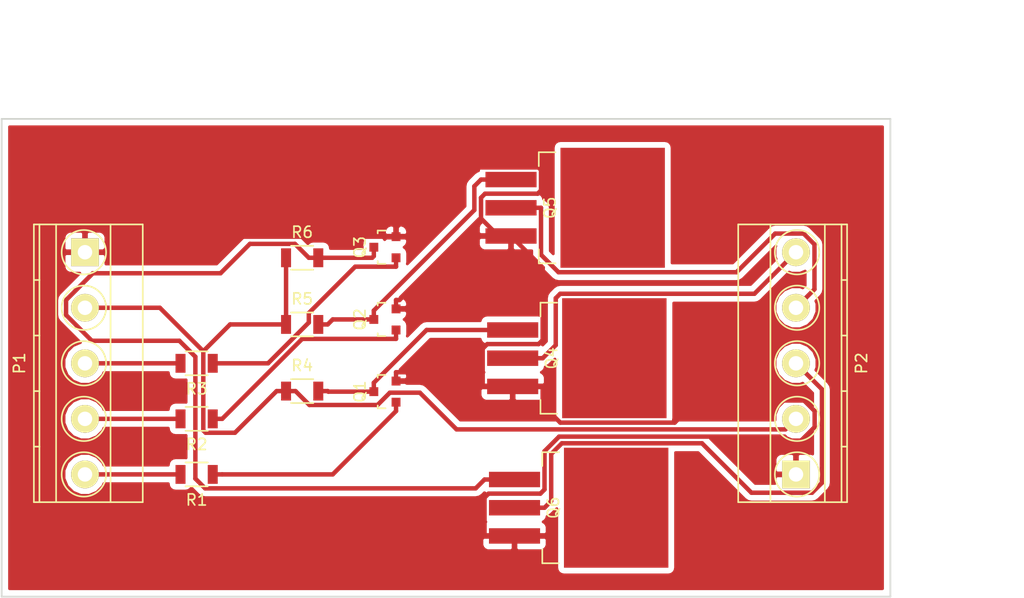
<source format=kicad_pcb>
(kicad_pcb (version 4) (host pcbnew 4.0.1-stable)

  (general
    (links 26)
    (no_connects 0)
    (area 59.924999 54.924999 140.075001 98.075001)
    (thickness 1.6)
    (drawings 6)
    (tracks 142)
    (zones 0)
    (modules 14)
    (nets 15)
  )

  (page A4)
  (layers
    (0 F.Cu signal)
    (31 B.Cu signal)
    (32 B.Adhes user)
    (33 F.Adhes user)
    (34 B.Paste user)
    (35 F.Paste user)
    (36 B.SilkS user)
    (37 F.SilkS user)
    (38 B.Mask user)
    (39 F.Mask user)
    (40 Dwgs.User user)
    (41 Cmts.User user)
    (42 Eco1.User user)
    (43 Eco2.User user)
    (44 Edge.Cuts user)
    (45 Margin user)
    (46 B.CrtYd user)
    (47 F.CrtYd user)
    (48 B.Fab user)
    (49 F.Fab user)
  )

  (setup
    (last_trace_width 0.4)
    (trace_clearance 0.2)
    (zone_clearance 0.508)
    (zone_45_only no)
    (trace_min 0.2)
    (segment_width 0.2)
    (edge_width 0.15)
    (via_size 0.5)
    (via_drill 0.4)
    (via_min_size 0.4)
    (via_min_drill 0.3)
    (uvia_size 0.3)
    (uvia_drill 0.1)
    (uvias_allowed no)
    (uvia_min_size 0.2)
    (uvia_min_drill 0.1)
    (pcb_text_width 0.3)
    (pcb_text_size 1.5 1.5)
    (mod_edge_width 0.15)
    (mod_text_size 1 1)
    (mod_text_width 0.15)
    (pad_size 1.524 1.524)
    (pad_drill 0.762)
    (pad_to_mask_clearance 0.2)
    (aux_axis_origin 0 0)
    (visible_elements 7FFFFFFF)
    (pcbplotparams
      (layerselection 0x00030_80000001)
      (usegerberextensions false)
      (excludeedgelayer true)
      (linewidth 0.100000)
      (plotframeref false)
      (viasonmask false)
      (mode 1)
      (useauxorigin false)
      (hpglpennumber 1)
      (hpglpenspeed 20)
      (hpglpendiameter 15)
      (hpglpenoverlay 2)
      (psnegative false)
      (psa4output false)
      (plotreference true)
      (plotvalue true)
      (plotinvisibletext false)
      (padsonsilk false)
      (subtractmaskfromsilk false)
      (outputformat 1)
      (mirror false)
      (drillshape 1)
      (scaleselection 1)
      (outputdirectory ""))
  )

  (net 0 "")
  (net 1 "Net-(Q1-Pad1)")
  (net 2 GND)
  (net 3 "Net-(Q2-Pad1)")
  (net 4 R_IN)
  (net 5 G_IN)
  (net 6 B_IN)
  (net 7 12VCD)
  (net 8 R_OUT)
  (net 9 G_OUT)
  (net 10 B_OUT)
  (net 11 "Net-(Q1-Pad3)")
  (net 12 "Net-(Q2-Pad3)")
  (net 13 "Net-(Q3-Pad1)")
  (net 14 "Net-(Q3-Pad3)")

  (net_class Default "Este es el tipo de red por defecto."
    (clearance 0.2)
    (trace_width 0.4)
    (via_dia 0.5)
    (via_drill 0.4)
    (uvia_dia 0.3)
    (uvia_drill 0.1)
    (add_net 12VCD)
    (add_net B_IN)
    (add_net B_OUT)
    (add_net GND)
    (add_net G_IN)
    (add_net G_OUT)
    (add_net "Net-(Q1-Pad1)")
    (add_net "Net-(Q1-Pad3)")
    (add_net "Net-(Q2-Pad1)")
    (add_net "Net-(Q2-Pad3)")
    (add_net "Net-(Q3-Pad1)")
    (add_net "Net-(Q3-Pad3)")
    (add_net R_IN)
    (add_net R_OUT)
  )

  (module Resistors_SMD:R_1206 (layer F.Cu) (tedit 5415CFA7) (tstamp 568DA95E)
    (at 77.55 87 180)
    (descr "Resistor SMD 1206, reflow soldering, Vishay (see dcrcw.pdf)")
    (tags "resistor 1206")
    (path /568DA214)
    (attr smd)
    (fp_text reference R1 (at 0 -2.3 180) (layer F.SilkS)
      (effects (font (size 1 1) (thickness 0.15)))
    )
    (fp_text value 10K (at 0 2.3 180) (layer F.Fab)
      (effects (font (size 1 1) (thickness 0.15)))
    )
    (fp_line (start -2.2 -1.2) (end 2.2 -1.2) (layer F.CrtYd) (width 0.05))
    (fp_line (start -2.2 1.2) (end 2.2 1.2) (layer F.CrtYd) (width 0.05))
    (fp_line (start -2.2 -1.2) (end -2.2 1.2) (layer F.CrtYd) (width 0.05))
    (fp_line (start 2.2 -1.2) (end 2.2 1.2) (layer F.CrtYd) (width 0.05))
    (fp_line (start 1 1.075) (end -1 1.075) (layer F.SilkS) (width 0.15))
    (fp_line (start -1 -1.075) (end 1 -1.075) (layer F.SilkS) (width 0.15))
    (pad 1 smd rect (at -1.45 0 180) (size 0.9 1.7) (layers F.Cu F.Paste F.Mask)
      (net 1 "Net-(Q1-Pad1)"))
    (pad 2 smd rect (at 1.45 0 180) (size 0.9 1.7) (layers F.Cu F.Paste F.Mask)
      (net 4 R_IN))
    (model Resistors_SMD.3dshapes/R_1206.wrl
      (at (xyz 0 0 0))
      (scale (xyz 1 1 1))
      (rotate (xyz 0 0 0))
    )
  )

  (module Resistors_SMD:R_1206 (layer F.Cu) (tedit 5415CFA7) (tstamp 568DA96A)
    (at 77.55 82 180)
    (descr "Resistor SMD 1206, reflow soldering, Vishay (see dcrcw.pdf)")
    (tags "resistor 1206")
    (path /568E969D)
    (attr smd)
    (fp_text reference R2 (at 0 -2.3 180) (layer F.SilkS)
      (effects (font (size 1 1) (thickness 0.15)))
    )
    (fp_text value 10K (at 0 2.3 180) (layer F.Fab)
      (effects (font (size 1 1) (thickness 0.15)))
    )
    (fp_line (start -2.2 -1.2) (end 2.2 -1.2) (layer F.CrtYd) (width 0.05))
    (fp_line (start -2.2 1.2) (end 2.2 1.2) (layer F.CrtYd) (width 0.05))
    (fp_line (start -2.2 -1.2) (end -2.2 1.2) (layer F.CrtYd) (width 0.05))
    (fp_line (start 2.2 -1.2) (end 2.2 1.2) (layer F.CrtYd) (width 0.05))
    (fp_line (start 1 1.075) (end -1 1.075) (layer F.SilkS) (width 0.15))
    (fp_line (start -1 -1.075) (end 1 -1.075) (layer F.SilkS) (width 0.15))
    (pad 1 smd rect (at -1.45 0 180) (size 0.9 1.7) (layers F.Cu F.Paste F.Mask)
      (net 3 "Net-(Q2-Pad1)"))
    (pad 2 smd rect (at 1.45 0 180) (size 0.9 1.7) (layers F.Cu F.Paste F.Mask)
      (net 5 G_IN))
    (model Resistors_SMD.3dshapes/R_1206.wrl
      (at (xyz 0 0 0))
      (scale (xyz 1 1 1))
      (rotate (xyz 0 0 0))
    )
  )

  (module TO_SOT_Packages_SMD:SOT-23 (layer F.Cu) (tedit 553634F8) (tstamp 568DB672)
    (at 94.4992 73.05 90)
    (descr "SOT-23, Standard")
    (tags SOT-23)
    (path /568E96A5)
    (attr smd)
    (fp_text reference Q2 (at 0 -2.25 90) (layer F.SilkS)
      (effects (font (size 1 1) (thickness 0.15)))
    )
    (fp_text value BC848 (at 0 2.3 90) (layer F.Fab)
      (effects (font (size 1 1) (thickness 0.15)))
    )
    (fp_line (start -1.65 -1.6) (end 1.65 -1.6) (layer F.CrtYd) (width 0.05))
    (fp_line (start 1.65 -1.6) (end 1.65 1.6) (layer F.CrtYd) (width 0.05))
    (fp_line (start 1.65 1.6) (end -1.65 1.6) (layer F.CrtYd) (width 0.05))
    (fp_line (start -1.65 1.6) (end -1.65 -1.6) (layer F.CrtYd) (width 0.05))
    (fp_line (start 1.29916 -0.65024) (end 1.2509 -0.65024) (layer F.SilkS) (width 0.15))
    (fp_line (start -1.49982 0.0508) (end -1.49982 -0.65024) (layer F.SilkS) (width 0.15))
    (fp_line (start -1.49982 -0.65024) (end -1.2509 -0.65024) (layer F.SilkS) (width 0.15))
    (fp_line (start 1.29916 -0.65024) (end 1.49982 -0.65024) (layer F.SilkS) (width 0.15))
    (fp_line (start 1.49982 -0.65024) (end 1.49982 0.0508) (layer F.SilkS) (width 0.15))
    (pad 1 smd rect (at -0.95 1.00076 90) (size 0.8001 0.8001) (layers F.Cu F.Paste F.Mask)
      (net 3 "Net-(Q2-Pad1)"))
    (pad 2 smd rect (at 0.95 1.00076 90) (size 0.8001 0.8001) (layers F.Cu F.Paste F.Mask)
      (net 2 GND))
    (pad 3 smd rect (at 0 -0.99822 90) (size 0.8001 0.8001) (layers F.Cu F.Paste F.Mask)
      (net 12 "Net-(Q2-Pad3)"))
    (model TO_SOT_Packages_SMD.3dshapes/SOT-23.wrl
      (at (xyz 0 0 0))
      (scale (xyz 1 1 1))
      (rotate (xyz 0 0 0))
    )
  )

  (module Terminal_Blocks:TerminalBlock_Pheonix_MKDS1.5-5pol (layer F.Cu) (tedit 5630087B) (tstamp 568E8F0F)
    (at 67.5 67 270)
    (descr "5-way 5mm pitch terminal block, Phoenix MKDS series")
    (path /568E87E1)
    (fp_text reference P1 (at 10 5.9 270) (layer F.SilkS)
      (effects (font (size 1 1) (thickness 0.15)))
    )
    (fp_text value INPUT (at 10 -6.6 270) (layer F.Fab)
      (effects (font (size 1 1) (thickness 0.15)))
    )
    (fp_line (start -2.7 4.8) (end 22.7 4.8) (layer F.CrtYd) (width 0.05))
    (fp_line (start -2.7 -5.4) (end -2.7 4.8) (layer F.CrtYd) (width 0.05))
    (fp_line (start 22.7 -5.4) (end -2.7 -5.4) (layer F.CrtYd) (width 0.05))
    (fp_line (start 22.7 4.8) (end 22.7 -5.4) (layer F.CrtYd) (width 0.05))
    (fp_line (start 17.5 4.1) (end 17.5 4.6) (layer F.SilkS) (width 0.15))
    (fp_circle (center 20 0.1) (end 18 0.1) (layer F.SilkS) (width 0.15))
    (fp_line (start 12.5 4.1) (end 12.5 4.6) (layer F.SilkS) (width 0.15))
    (fp_circle (center 15 0.1) (end 13 0.1) (layer F.SilkS) (width 0.15))
    (fp_circle (center 10 0.1) (end 8 0.1) (layer F.SilkS) (width 0.15))
    (fp_line (start 7.5 4.1) (end 7.5 4.6) (layer F.SilkS) (width 0.15))
    (fp_line (start 2.5 4.1) (end 2.5 4.6) (layer F.SilkS) (width 0.15))
    (fp_circle (center 5 0.1) (end 3 0.1) (layer F.SilkS) (width 0.15))
    (fp_circle (center 0 0.1) (end 2 0.1) (layer F.SilkS) (width 0.15))
    (fp_line (start -2.5 2.6) (end 22.5 2.6) (layer F.SilkS) (width 0.15))
    (fp_line (start -2.5 -2.3) (end 22.5 -2.3) (layer F.SilkS) (width 0.15))
    (fp_line (start -2.5 4.1) (end 22.5 4.1) (layer F.SilkS) (width 0.15))
    (fp_line (start -2.5 4.6) (end 22.5 4.6) (layer F.SilkS) (width 0.15))
    (fp_line (start 22.5 4.6) (end 22.5 -5.2) (layer F.SilkS) (width 0.15))
    (fp_line (start 22.5 -5.2) (end -2.5 -5.2) (layer F.SilkS) (width 0.15))
    (fp_line (start -2.5 -5.2) (end -2.5 4.6) (layer F.SilkS) (width 0.15))
    (pad 5 thru_hole circle (at 20 0 270) (size 2.5 2.5) (drill 1.3) (layers *.Cu *.Mask F.SilkS)
      (net 4 R_IN))
    (pad 4 thru_hole circle (at 15 0 270) (size 2.5 2.5) (drill 1.3) (layers *.Cu *.Mask F.SilkS)
      (net 5 G_IN))
    (pad 3 thru_hole circle (at 10 0 270) (size 2.5 2.5) (drill 1.3) (layers *.Cu *.Mask F.SilkS)
      (net 6 B_IN))
    (pad 1 thru_hole rect (at 0 0 270) (size 2.5 2.5) (drill 1.3) (layers *.Cu *.Mask F.SilkS)
      (net 2 GND))
    (pad 2 thru_hole circle (at 5 0 270) (size 2.5 2.5) (drill 1.3) (layers *.Cu *.Mask F.SilkS)
      (net 7 12VCD))
    (model Terminal_Blocks.3dshapes/TerminalBlock_Pheonix_MKDS1.5-5pol.wrl
      (at (xyz 0.3937 0 0))
      (scale (xyz 1 1 1))
      (rotate (xyz 0 0 0))
    )
  )

  (module Terminal_Blocks:TerminalBlock_Pheonix_MKDS1.5-5pol (layer F.Cu) (tedit 5630087B) (tstamp 568E8F18)
    (at 131.5 87 90)
    (descr "5-way 5mm pitch terminal block, Phoenix MKDS series")
    (path /568E9110)
    (fp_text reference P2 (at 10 5.9 90) (layer F.SilkS)
      (effects (font (size 1 1) (thickness 0.15)))
    )
    (fp_text value OUTPUT (at 10 -6.6 90) (layer F.Fab)
      (effects (font (size 1 1) (thickness 0.15)))
    )
    (fp_line (start -2.7 4.8) (end 22.7 4.8) (layer F.CrtYd) (width 0.05))
    (fp_line (start -2.7 -5.4) (end -2.7 4.8) (layer F.CrtYd) (width 0.05))
    (fp_line (start 22.7 -5.4) (end -2.7 -5.4) (layer F.CrtYd) (width 0.05))
    (fp_line (start 22.7 4.8) (end 22.7 -5.4) (layer F.CrtYd) (width 0.05))
    (fp_line (start 17.5 4.1) (end 17.5 4.6) (layer F.SilkS) (width 0.15))
    (fp_circle (center 20 0.1) (end 18 0.1) (layer F.SilkS) (width 0.15))
    (fp_line (start 12.5 4.1) (end 12.5 4.6) (layer F.SilkS) (width 0.15))
    (fp_circle (center 15 0.1) (end 13 0.1) (layer F.SilkS) (width 0.15))
    (fp_circle (center 10 0.1) (end 8 0.1) (layer F.SilkS) (width 0.15))
    (fp_line (start 7.5 4.1) (end 7.5 4.6) (layer F.SilkS) (width 0.15))
    (fp_line (start 2.5 4.1) (end 2.5 4.6) (layer F.SilkS) (width 0.15))
    (fp_circle (center 5 0.1) (end 3 0.1) (layer F.SilkS) (width 0.15))
    (fp_circle (center 0 0.1) (end 2 0.1) (layer F.SilkS) (width 0.15))
    (fp_line (start -2.5 2.6) (end 22.5 2.6) (layer F.SilkS) (width 0.15))
    (fp_line (start -2.5 -2.3) (end 22.5 -2.3) (layer F.SilkS) (width 0.15))
    (fp_line (start -2.5 4.1) (end 22.5 4.1) (layer F.SilkS) (width 0.15))
    (fp_line (start -2.5 4.6) (end 22.5 4.6) (layer F.SilkS) (width 0.15))
    (fp_line (start 22.5 4.6) (end 22.5 -5.2) (layer F.SilkS) (width 0.15))
    (fp_line (start 22.5 -5.2) (end -2.5 -5.2) (layer F.SilkS) (width 0.15))
    (fp_line (start -2.5 -5.2) (end -2.5 4.6) (layer F.SilkS) (width 0.15))
    (pad 5 thru_hole circle (at 20 0 90) (size 2.5 2.5) (drill 1.3) (layers *.Cu *.Mask F.SilkS)
      (net 8 R_OUT))
    (pad 4 thru_hole circle (at 15 0 90) (size 2.5 2.5) (drill 1.3) (layers *.Cu *.Mask F.SilkS)
      (net 9 G_OUT))
    (pad 3 thru_hole circle (at 10 0 90) (size 2.5 2.5) (drill 1.3) (layers *.Cu *.Mask F.SilkS)
      (net 10 B_OUT))
    (pad 1 thru_hole rect (at 0 0 90) (size 2.5 2.5) (drill 1.3) (layers *.Cu *.Mask F.SilkS)
      (net 2 GND))
    (pad 2 thru_hole circle (at 5 0 90) (size 2.5 2.5) (drill 1.3) (layers *.Cu *.Mask F.SilkS)
      (net 7 12VCD))
    (model Terminal_Blocks.3dshapes/TerminalBlock_Pheonix_MKDS1.5-5pol.wrl
      (at (xyz 0.3937 0 0))
      (scale (xyz 1 1 1))
      (rotate (xyz 0 0 0))
    )
  )

  (module TO_SOT_Packages_SMD:SOT-23 (layer F.Cu) (tedit 553634F8) (tstamp 568E8F19)
    (at 94.4992 79.55 90)
    (descr "SOT-23, Standard")
    (tags SOT-23)
    (path /568DA62E)
    (attr smd)
    (fp_text reference Q1 (at 0 -2.25 90) (layer F.SilkS)
      (effects (font (size 1 1) (thickness 0.15)))
    )
    (fp_text value BC848 (at 0 2.3 90) (layer F.Fab)
      (effects (font (size 1 1) (thickness 0.15)))
    )
    (fp_line (start -1.65 -1.6) (end 1.65 -1.6) (layer F.CrtYd) (width 0.05))
    (fp_line (start 1.65 -1.6) (end 1.65 1.6) (layer F.CrtYd) (width 0.05))
    (fp_line (start 1.65 1.6) (end -1.65 1.6) (layer F.CrtYd) (width 0.05))
    (fp_line (start -1.65 1.6) (end -1.65 -1.6) (layer F.CrtYd) (width 0.05))
    (fp_line (start 1.29916 -0.65024) (end 1.2509 -0.65024) (layer F.SilkS) (width 0.15))
    (fp_line (start -1.49982 0.0508) (end -1.49982 -0.65024) (layer F.SilkS) (width 0.15))
    (fp_line (start -1.49982 -0.65024) (end -1.2509 -0.65024) (layer F.SilkS) (width 0.15))
    (fp_line (start 1.29916 -0.65024) (end 1.49982 -0.65024) (layer F.SilkS) (width 0.15))
    (fp_line (start 1.49982 -0.65024) (end 1.49982 0.0508) (layer F.SilkS) (width 0.15))
    (pad 1 smd rect (at -0.95 1.00076 90) (size 0.8001 0.8001) (layers F.Cu F.Paste F.Mask)
      (net 1 "Net-(Q1-Pad1)"))
    (pad 2 smd rect (at 0.95 1.00076 90) (size 0.8001 0.8001) (layers F.Cu F.Paste F.Mask)
      (net 2 GND))
    (pad 3 smd rect (at 0 -0.99822 90) (size 0.8001 0.8001) (layers F.Cu F.Paste F.Mask)
      (net 11 "Net-(Q1-Pad3)"))
    (model TO_SOT_Packages_SMD.3dshapes/SOT-23.wrl
      (at (xyz 0 0 0))
      (scale (xyz 1 1 1))
      (rotate (xyz 0 0 0))
    )
  )

  (module TO_SOT_Packages_SMD:SOT-23 (layer F.Cu) (tedit 553634F8) (tstamp 568E8F25)
    (at 94.4992 66.55 90)
    (descr "SOT-23, Standard")
    (tags SOT-23)
    (path /568E9848)
    (attr smd)
    (fp_text reference Q3 (at 0 -2.25 90) (layer F.SilkS)
      (effects (font (size 1 1) (thickness 0.15)))
    )
    (fp_text value BC848 (at 0 2.3 90) (layer F.Fab)
      (effects (font (size 1 1) (thickness 0.15)))
    )
    (fp_line (start -1.65 -1.6) (end 1.65 -1.6) (layer F.CrtYd) (width 0.05))
    (fp_line (start 1.65 -1.6) (end 1.65 1.6) (layer F.CrtYd) (width 0.05))
    (fp_line (start 1.65 1.6) (end -1.65 1.6) (layer F.CrtYd) (width 0.05))
    (fp_line (start -1.65 1.6) (end -1.65 -1.6) (layer F.CrtYd) (width 0.05))
    (fp_line (start 1.29916 -0.65024) (end 1.2509 -0.65024) (layer F.SilkS) (width 0.15))
    (fp_line (start -1.49982 0.0508) (end -1.49982 -0.65024) (layer F.SilkS) (width 0.15))
    (fp_line (start -1.49982 -0.65024) (end -1.2509 -0.65024) (layer F.SilkS) (width 0.15))
    (fp_line (start 1.29916 -0.65024) (end 1.49982 -0.65024) (layer F.SilkS) (width 0.15))
    (fp_line (start 1.49982 -0.65024) (end 1.49982 0.0508) (layer F.SilkS) (width 0.15))
    (pad 1 smd rect (at -0.95 1.00076 90) (size 0.8001 0.8001) (layers F.Cu F.Paste F.Mask)
      (net 13 "Net-(Q3-Pad1)"))
    (pad 2 smd rect (at 0.95 1.00076 90) (size 0.8001 0.8001) (layers F.Cu F.Paste F.Mask)
      (net 2 GND))
    (pad 3 smd rect (at 0 -0.99822 90) (size 0.8001 0.8001) (layers F.Cu F.Paste F.Mask)
      (net 14 "Net-(Q3-Pad3)"))
    (model TO_SOT_Packages_SMD.3dshapes/SOT-23.wrl
      (at (xyz 0 0 0))
      (scale (xyz 1 1 1))
      (rotate (xyz 0 0 0))
    )
  )

  (module TO_SOT_Packages_SMD:TO-263-3Lead (layer F.Cu) (tedit 55D38F53) (tstamp 568E8F2D)
    (at 106 76.54)
    (descr "D2PAK / TO-263 3-lead smd package")
    (tags "D2PAK D2PAK-3 TO-263AB TO-263")
    (path /568D9C59)
    (attr smd)
    (fp_text reference Q4 (at 3.5 0 90) (layer F.SilkS)
      (effects (font (size 1 1) (thickness 0.15)))
    )
    (fp_text value IRF540N (at 15.25 -0.25 90) (layer F.Fab)
      (effects (font (size 1 1) (thickness 0.15)))
    )
    (fp_line (start 14.1 5.65) (end -2.55 5.65) (layer F.CrtYd) (width 0.05))
    (fp_line (start 14.1 -5.65) (end 14.1 5.65) (layer F.CrtYd) (width 0.05))
    (fp_line (start 14.1 -5.65) (end -2.55 -5.65) (layer F.CrtYd) (width 0.05))
    (fp_line (start -2.55 -5.65) (end -2.55 5.65) (layer F.CrtYd) (width 0.05))
    (fp_line (start 2.5 5) (end 2.5 3.75) (layer F.SilkS) (width 0.15))
    (fp_line (start 2.5 5) (end 4 5) (layer F.SilkS) (width 0.15))
    (fp_line (start 2.5 -5) (end 4 -5) (layer F.SilkS) (width 0.15))
    (fp_line (start 2.5 -5) (end 2.5 -3.75) (layer F.SilkS) (width 0.15))
    (pad 2 smd rect (at 0 0) (size 4.6 1.39) (layers F.Cu F.Paste F.Mask)
      (net 8 R_OUT))
    (pad 4 smd rect (at 9.15 0) (size 9.4 10.8) (layers F.Cu F.Paste F.Mask))
    (pad 3 smd rect (at 0 2.54) (size 4.6 1.39) (layers F.Cu F.Paste F.Mask)
      (net 2 GND))
    (pad 1 smd rect (at 0 -2.54) (size 4.6 1.39) (layers F.Cu F.Paste F.Mask)
      (net 11 "Net-(Q1-Pad3)"))
    (model TO_SOT_Packages_SMD.3dshapes/TO-263-3Lead.wrl
      (at (xyz 0 0 0))
      (scale (xyz 1 1 1))
      (rotate (xyz 0 0 90))
    )
  )

  (module TO_SOT_Packages_SMD:TO-263-3Lead (layer F.Cu) (tedit 55D38F53) (tstamp 568E8F35)
    (at 105.85 63)
    (descr "D2PAK / TO-263 3-lead smd package")
    (tags "D2PAK D2PAK-3 TO-263AB TO-263")
    (path /568E968F)
    (attr smd)
    (fp_text reference Q5 (at 3.5 0 90) (layer F.SilkS)
      (effects (font (size 1 1) (thickness 0.15)))
    )
    (fp_text value IRF540N (at 15.25 -0.25 90) (layer F.Fab)
      (effects (font (size 1 1) (thickness 0.15)))
    )
    (fp_line (start 14.1 5.65) (end -2.55 5.65) (layer F.CrtYd) (width 0.05))
    (fp_line (start 14.1 -5.65) (end 14.1 5.65) (layer F.CrtYd) (width 0.05))
    (fp_line (start 14.1 -5.65) (end -2.55 -5.65) (layer F.CrtYd) (width 0.05))
    (fp_line (start -2.55 -5.65) (end -2.55 5.65) (layer F.CrtYd) (width 0.05))
    (fp_line (start 2.5 5) (end 2.5 3.75) (layer F.SilkS) (width 0.15))
    (fp_line (start 2.5 5) (end 4 5) (layer F.SilkS) (width 0.15))
    (fp_line (start 2.5 -5) (end 4 -5) (layer F.SilkS) (width 0.15))
    (fp_line (start 2.5 -5) (end 2.5 -3.75) (layer F.SilkS) (width 0.15))
    (pad 2 smd rect (at 0 0) (size 4.6 1.39) (layers F.Cu F.Paste F.Mask)
      (net 9 G_OUT))
    (pad 4 smd rect (at 9.15 0) (size 9.4 10.8) (layers F.Cu F.Paste F.Mask))
    (pad 3 smd rect (at 0 2.54) (size 4.6 1.39) (layers F.Cu F.Paste F.Mask)
      (net 2 GND))
    (pad 1 smd rect (at 0 -2.54) (size 4.6 1.39) (layers F.Cu F.Paste F.Mask)
      (net 12 "Net-(Q2-Pad3)"))
    (model TO_SOT_Packages_SMD.3dshapes/TO-263-3Lead.wrl
      (at (xyz 0 0 0))
      (scale (xyz 1 1 1))
      (rotate (xyz 0 0 90))
    )
  )

  (module TO_SOT_Packages_SMD:TO-263-3Lead (layer F.Cu) (tedit 55D38F53) (tstamp 568E8F3D)
    (at 106.165 90)
    (descr "D2PAK / TO-263 3-lead smd package")
    (tags "D2PAK D2PAK-3 TO-263AB TO-263")
    (path /568E9832)
    (attr smd)
    (fp_text reference Q6 (at 3.5 0 90) (layer F.SilkS)
      (effects (font (size 1 1) (thickness 0.15)))
    )
    (fp_text value IRF540N (at 15.25 -0.25 90) (layer F.Fab)
      (effects (font (size 1 1) (thickness 0.15)))
    )
    (fp_line (start 14.1 5.65) (end -2.55 5.65) (layer F.CrtYd) (width 0.05))
    (fp_line (start 14.1 -5.65) (end 14.1 5.65) (layer F.CrtYd) (width 0.05))
    (fp_line (start 14.1 -5.65) (end -2.55 -5.65) (layer F.CrtYd) (width 0.05))
    (fp_line (start -2.55 -5.65) (end -2.55 5.65) (layer F.CrtYd) (width 0.05))
    (fp_line (start 2.5 5) (end 2.5 3.75) (layer F.SilkS) (width 0.15))
    (fp_line (start 2.5 5) (end 4 5) (layer F.SilkS) (width 0.15))
    (fp_line (start 2.5 -5) (end 4 -5) (layer F.SilkS) (width 0.15))
    (fp_line (start 2.5 -5) (end 2.5 -3.75) (layer F.SilkS) (width 0.15))
    (pad 2 smd rect (at 0 0) (size 4.6 1.39) (layers F.Cu F.Paste F.Mask)
      (net 10 B_OUT))
    (pad 4 smd rect (at 9.15 0) (size 9.4 10.8) (layers F.Cu F.Paste F.Mask))
    (pad 3 smd rect (at 0 2.54) (size 4.6 1.39) (layers F.Cu F.Paste F.Mask)
      (net 2 GND))
    (pad 1 smd rect (at 0 -2.54) (size 4.6 1.39) (layers F.Cu F.Paste F.Mask)
      (net 14 "Net-(Q3-Pad3)"))
    (model TO_SOT_Packages_SMD.3dshapes/TO-263-3Lead.wrl
      (at (xyz 0 0 0))
      (scale (xyz 1 1 1))
      (rotate (xyz 0 0 90))
    )
  )

  (module Resistors_SMD:R_1206 (layer F.Cu) (tedit 5415CFA7) (tstamp 568E8F43)
    (at 77.55 77 180)
    (descr "Resistor SMD 1206, reflow soldering, Vishay (see dcrcw.pdf)")
    (tags "resistor 1206")
    (path /568E9840)
    (attr smd)
    (fp_text reference R3 (at 0 -2.3 180) (layer F.SilkS)
      (effects (font (size 1 1) (thickness 0.15)))
    )
    (fp_text value 10K (at 0 2.3 180) (layer F.Fab)
      (effects (font (size 1 1) (thickness 0.15)))
    )
    (fp_line (start -2.2 -1.2) (end 2.2 -1.2) (layer F.CrtYd) (width 0.05))
    (fp_line (start -2.2 1.2) (end 2.2 1.2) (layer F.CrtYd) (width 0.05))
    (fp_line (start -2.2 -1.2) (end -2.2 1.2) (layer F.CrtYd) (width 0.05))
    (fp_line (start 2.2 -1.2) (end 2.2 1.2) (layer F.CrtYd) (width 0.05))
    (fp_line (start 1 1.075) (end -1 1.075) (layer F.SilkS) (width 0.15))
    (fp_line (start -1 -1.075) (end 1 -1.075) (layer F.SilkS) (width 0.15))
    (pad 1 smd rect (at -1.45 0 180) (size 0.9 1.7) (layers F.Cu F.Paste F.Mask)
      (net 13 "Net-(Q3-Pad1)"))
    (pad 2 smd rect (at 1.45 0 180) (size 0.9 1.7) (layers F.Cu F.Paste F.Mask)
      (net 6 B_IN))
    (model Resistors_SMD.3dshapes/R_1206.wrl
      (at (xyz 0 0 0))
      (scale (xyz 1 1 1))
      (rotate (xyz 0 0 0))
    )
  )

  (module Resistors_SMD:R_1206 (layer F.Cu) (tedit 5415CFA7) (tstamp 568E8F49)
    (at 87.05 79.5)
    (descr "Resistor SMD 1206, reflow soldering, Vishay (see dcrcw.pdf)")
    (tags "resistor 1206")
    (path /568DA161)
    (attr smd)
    (fp_text reference R4 (at 0 -2.3) (layer F.SilkS)
      (effects (font (size 1 1) (thickness 0.15)))
    )
    (fp_text value 10K (at 0 2.3) (layer F.Fab)
      (effects (font (size 1 1) (thickness 0.15)))
    )
    (fp_line (start -2.2 -1.2) (end 2.2 -1.2) (layer F.CrtYd) (width 0.05))
    (fp_line (start -2.2 1.2) (end 2.2 1.2) (layer F.CrtYd) (width 0.05))
    (fp_line (start -2.2 -1.2) (end -2.2 1.2) (layer F.CrtYd) (width 0.05))
    (fp_line (start 2.2 -1.2) (end 2.2 1.2) (layer F.CrtYd) (width 0.05))
    (fp_line (start 1 1.075) (end -1 1.075) (layer F.SilkS) (width 0.15))
    (fp_line (start -1 -1.075) (end 1 -1.075) (layer F.SilkS) (width 0.15))
    (pad 1 smd rect (at -1.45 0) (size 0.9 1.7) (layers F.Cu F.Paste F.Mask)
      (net 7 12VCD))
    (pad 2 smd rect (at 1.45 0) (size 0.9 1.7) (layers F.Cu F.Paste F.Mask)
      (net 11 "Net-(Q1-Pad3)"))
    (model Resistors_SMD.3dshapes/R_1206.wrl
      (at (xyz 0 0 0))
      (scale (xyz 1 1 1))
      (rotate (xyz 0 0 0))
    )
  )

  (module Resistors_SMD:R_1206 (layer F.Cu) (tedit 5415CFA7) (tstamp 568E8F4F)
    (at 87.05 73.5)
    (descr "Resistor SMD 1206, reflow soldering, Vishay (see dcrcw.pdf)")
    (tags "resistor 1206")
    (path /568E9696)
    (attr smd)
    (fp_text reference R5 (at 0 -2.3) (layer F.SilkS)
      (effects (font (size 1 1) (thickness 0.15)))
    )
    (fp_text value 10K (at 0 2.3) (layer F.Fab)
      (effects (font (size 1 1) (thickness 0.15)))
    )
    (fp_line (start -2.2 -1.2) (end 2.2 -1.2) (layer F.CrtYd) (width 0.05))
    (fp_line (start -2.2 1.2) (end 2.2 1.2) (layer F.CrtYd) (width 0.05))
    (fp_line (start -2.2 -1.2) (end -2.2 1.2) (layer F.CrtYd) (width 0.05))
    (fp_line (start 2.2 -1.2) (end 2.2 1.2) (layer F.CrtYd) (width 0.05))
    (fp_line (start 1 1.075) (end -1 1.075) (layer F.SilkS) (width 0.15))
    (fp_line (start -1 -1.075) (end 1 -1.075) (layer F.SilkS) (width 0.15))
    (pad 1 smd rect (at -1.45 0) (size 0.9 1.7) (layers F.Cu F.Paste F.Mask)
      (net 7 12VCD))
    (pad 2 smd rect (at 1.45 0) (size 0.9 1.7) (layers F.Cu F.Paste F.Mask)
      (net 12 "Net-(Q2-Pad3)"))
    (model Resistors_SMD.3dshapes/R_1206.wrl
      (at (xyz 0 0 0))
      (scale (xyz 1 1 1))
      (rotate (xyz 0 0 0))
    )
  )

  (module Resistors_SMD:R_1206 (layer F.Cu) (tedit 5415CFA7) (tstamp 568E8F55)
    (at 87.05 67.5)
    (descr "Resistor SMD 1206, reflow soldering, Vishay (see dcrcw.pdf)")
    (tags "resistor 1206")
    (path /568E9839)
    (attr smd)
    (fp_text reference R6 (at 0 -2.3) (layer F.SilkS)
      (effects (font (size 1 1) (thickness 0.15)))
    )
    (fp_text value 10K (at 0 2.3) (layer F.Fab)
      (effects (font (size 1 1) (thickness 0.15)))
    )
    (fp_line (start -2.2 -1.2) (end 2.2 -1.2) (layer F.CrtYd) (width 0.05))
    (fp_line (start -2.2 1.2) (end 2.2 1.2) (layer F.CrtYd) (width 0.05))
    (fp_line (start -2.2 -1.2) (end -2.2 1.2) (layer F.CrtYd) (width 0.05))
    (fp_line (start 2.2 -1.2) (end 2.2 1.2) (layer F.CrtYd) (width 0.05))
    (fp_line (start 1 1.075) (end -1 1.075) (layer F.SilkS) (width 0.15))
    (fp_line (start -1 -1.075) (end 1 -1.075) (layer F.SilkS) (width 0.15))
    (pad 1 smd rect (at -1.45 0) (size 0.9 1.7) (layers F.Cu F.Paste F.Mask)
      (net 7 12VCD))
    (pad 2 smd rect (at 1.45 0) (size 0.9 1.7) (layers F.Cu F.Paste F.Mask)
      (net 14 "Net-(Q3-Pad3)"))
    (model Resistors_SMD.3dshapes/R_1206.wrl
      (at (xyz 0 0 0))
      (scale (xyz 1 1 1))
      (rotate (xyz 0 0 0))
    )
  )

  (dimension 43 (width 0.3) (layer Eco2.User)
    (gr_text 43.000mm (at 149.35 76.5 270) (layer Eco2.User)
      (effects (font (size 1.5 1.5) (thickness 0.3)))
    )
    (feature1 (pts (xy 140 98) (xy 150.7 98)))
    (feature2 (pts (xy 140 55) (xy 150.7 55)))
    (crossbar (pts (xy 148 55) (xy 148 98)))
    (arrow1a (pts (xy 148 98) (xy 147.413579 96.873496)))
    (arrow1b (pts (xy 148 98) (xy 148.586421 96.873496)))
    (arrow2a (pts (xy 148 55) (xy 147.413579 56.126504)))
    (arrow2b (pts (xy 148 55) (xy 148.586421 56.126504)))
  )
  (dimension 80 (width 0.3) (layer Eco2.User)
    (gr_text 80.000mm (at 100 46.15) (layer Eco2.User)
      (effects (font (size 1.5 1.5) (thickness 0.3)))
    )
    (feature1 (pts (xy 140 55) (xy 140 44.8)))
    (feature2 (pts (xy 60 55) (xy 60 44.8)))
    (crossbar (pts (xy 60 47.5) (xy 140 47.5)))
    (arrow1a (pts (xy 140 47.5) (xy 138.873496 48.086421)))
    (arrow1b (pts (xy 140 47.5) (xy 138.873496 46.913579)))
    (arrow2a (pts (xy 60 47.5) (xy 61.126504 48.086421)))
    (arrow2b (pts (xy 60 47.5) (xy 61.126504 46.913579)))
  )
  (gr_line (start 60 98) (end 60 55) (layer Edge.Cuts) (width 0.15))
  (gr_line (start 140 98) (end 60 98) (layer Edge.Cuts) (width 0.15))
  (gr_line (start 140 55) (end 140 98) (layer Edge.Cuts) (width 0.15))
  (gr_line (start 60 55) (end 140 55) (layer Edge.Cuts) (width 0.15))

  (segment (start 95.5 80.5) (end 95.5 81.3003) (width 0.4) (layer F.Cu) (net 1))
  (segment (start 79 87) (end 79.8503 87) (width 0.4) (layer F.Cu) (net 1))
  (segment (start 89.8003 87) (end 95.5 81.3003) (width 0.4) (layer F.Cu) (net 1))
  (segment (start 79.8503 87) (end 89.8003 87) (width 0.4) (layer F.Cu) (net 1))
  (segment (start 105.85 65.54) (end 104.725 65.54) (width 0.4) (layer F.Cu) (net 2))
  (segment (start 131.5 87) (end 131.5 85.3497) (width 0.4) (layer F.Cu) (net 2))
  (segment (start 67.5 67) (end 69.1503 67) (width 0.4) (layer F.Cu) (net 2))
  (segment (start 70.5503 65.6) (end 95.5 65.6) (width 0.4) (layer F.Cu) (net 2))
  (segment (start 69.1503 67) (end 70.5503 65.6) (width 0.4) (layer F.Cu) (net 2))
  (segment (start 95.5 65.6) (end 95.5 64.7996) (width 0.4) (layer F.Cu) (net 2))
  (segment (start 106 79.08) (end 103.2997 79.08) (width 0.4) (layer F.Cu) (net 2))
  (segment (start 95.5 72.1) (end 95.5 71.2996) (width 0.4) (layer F.Cu) (net 2))
  (segment (start 95.8146 71.2996) (end 95.5 71.2996) (width 0.4) (layer F.Cu) (net 2))
  (segment (start 103.1496 63.9646) (end 95.8146 71.2996) (width 0.4) (layer F.Cu) (net 2))
  (segment (start 103.1496 62.0936) (end 103.1496 63.9646) (width 0.4) (layer F.Cu) (net 2))
  (segment (start 103.5132 61.73) (end 103.1496 62.0936) (width 0.4) (layer F.Cu) (net 2))
  (segment (start 108.2532 61.73) (end 103.5132 61.73) (width 0.4) (layer F.Cu) (net 2))
  (segment (start 108.5504 61.4328) (end 108.2532 61.73) (width 0.4) (layer F.Cu) (net 2))
  (segment (start 108.5504 59.5935) (end 108.5504 61.4328) (width 0.4) (layer F.Cu) (net 2))
  (segment (start 108.3215 59.3646) (end 108.5504 59.5935) (width 0.4) (layer F.Cu) (net 2))
  (segment (start 100.935 59.3646) (end 108.3215 59.3646) (width 0.4) (layer F.Cu) (net 2))
  (segment (start 95.5 64.7996) (end 100.935 59.3646) (width 0.4) (layer F.Cu) (net 2))
  (segment (start 103.1496 63.9646) (end 104.725 65.54) (width 0.4) (layer F.Cu) (net 2))
  (segment (start 106 79.08) (end 108.7003 79.08) (width 0.4) (layer F.Cu) (net 2))
  (segment (start 106.165 92.54) (end 103.4647 92.54) (width 0.4) (layer F.Cu) (net 2))
  (segment (start 133.182 82.7373) (end 131.3974 84.5219) (width 0.4) (layer F.Cu) (net 2))
  (segment (start 133.182 81.3003) (end 133.182 82.7373) (width 0.4) (layer F.Cu) (net 2))
  (segment (start 132.2256 80.3439) (end 133.182 81.3003) (width 0.4) (layer F.Cu) (net 2))
  (segment (start 122.5799 80.3439) (end 132.2256 80.3439) (width 0.4) (layer F.Cu) (net 2))
  (segment (start 120.5835 82.3403) (end 122.5799 80.3439) (width 0.4) (layer F.Cu) (net 2))
  (segment (start 110.2842 82.3403) (end 120.5835 82.3403) (width 0.4) (layer F.Cu) (net 2))
  (segment (start 108.7003 80.7564) (end 110.2842 82.3403) (width 0.4) (layer F.Cu) (net 2))
  (segment (start 108.7003 79.08) (end 108.7003 80.7564) (width 0.4) (layer F.Cu) (net 2))
  (segment (start 131.5 84.6246) (end 131.3974 84.5219) (width 0.4) (layer F.Cu) (net 2))
  (segment (start 131.5 85.3497) (end 131.5 84.6246) (width 0.4) (layer F.Cu) (net 2))
  (segment (start 103.4647 89.0961) (end 103.4647 92.54) (width 0.4) (layer F.Cu) (net 2))
  (segment (start 103.8308 88.73) (end 103.4647 89.0961) (width 0.4) (layer F.Cu) (net 2))
  (segment (start 108.4942 88.73) (end 103.8308 88.73) (width 0.4) (layer F.Cu) (net 2))
  (segment (start 108.8653 88.3589) (end 108.4942 88.73) (width 0.4) (layer F.Cu) (net 2))
  (segment (start 108.8653 84.9117) (end 108.8653 88.3589) (width 0.4) (layer F.Cu) (net 2))
  (segment (start 110.1778 83.5992) (end 108.8653 84.9117) (width 0.4) (layer F.Cu) (net 2))
  (segment (start 130.4746 83.5992) (end 110.1778 83.5992) (width 0.4) (layer F.Cu) (net 2))
  (segment (start 131.3974 84.5219) (end 130.4746 83.5992) (width 0.4) (layer F.Cu) (net 2))
  (segment (start 95.5 78.6) (end 95.5 77.7996) (width 0.4) (layer F.Cu) (net 2))
  (segment (start 103.2997 77.7996) (end 95.5 77.7996) (width 0.4) (layer F.Cu) (net 2))
  (segment (start 103.2997 79.08) (end 103.2997 77.7996) (width 0.4) (layer F.Cu) (net 2))
  (segment (start 108.7003 68.3903) (end 105.85 65.54) (width 0.4) (layer F.Cu) (net 2))
  (segment (start 108.7003 74.9007) (end 108.7003 68.3903) (width 0.4) (layer F.Cu) (net 2))
  (segment (start 108.331 75.27) (end 108.7003 74.9007) (width 0.4) (layer F.Cu) (net 2))
  (segment (start 103.7089 75.27) (end 108.331 75.27) (width 0.4) (layer F.Cu) (net 2))
  (segment (start 103.2997 75.6792) (end 103.7089 75.27) (width 0.4) (layer F.Cu) (net 2))
  (segment (start 103.2997 77.7996) (end 103.2997 75.6792) (width 0.4) (layer F.Cu) (net 2))
  (segment (start 87.05 74.8003) (end 79.8503 82) (width 0.4) (layer F.Cu) (net 3))
  (segment (start 95.5 74.8003) (end 87.05 74.8003) (width 0.4) (layer F.Cu) (net 3))
  (segment (start 95.5 74) (end 95.5 74.8003) (width 0.4) (layer F.Cu) (net 3))
  (segment (start 79 82) (end 79.8503 82) (width 0.4) (layer F.Cu) (net 3))
  (segment (start 67.5 87) (end 76.1 87) (width 0.4) (layer F.Cu) (net 4))
  (segment (start 67.5 82) (end 76.1 82) (width 0.4) (layer F.Cu) (net 5))
  (segment (start 67.5 77) (end 76.1 77) (width 0.4) (layer F.Cu) (net 6))
  (segment (start 85.6 67.5) (end 85.6 73.5) (width 0.4) (layer F.Cu) (net 7))
  (segment (start 85.6 79.5) (end 84.7497 79.5) (width 0.4) (layer F.Cu) (net 7))
  (segment (start 74.2375 72) (end 78.1496 75.9121) (width 0.4) (layer F.Cu) (net 7))
  (segment (start 67.5 72) (end 74.2375 72) (width 0.4) (layer F.Cu) (net 7))
  (segment (start 78.1496 83.039) (end 78.1496 75.9121) (width 0.4) (layer F.Cu) (net 7))
  (segment (start 78.361 83.2504) (end 78.1496 83.039) (width 0.4) (layer F.Cu) (net 7))
  (segment (start 80.9993 83.2504) (end 78.361 83.2504) (width 0.4) (layer F.Cu) (net 7))
  (segment (start 84.7497 79.5) (end 80.9993 83.2504) (width 0.4) (layer F.Cu) (net 7))
  (segment (start 80.5617 73.5) (end 85.6 73.5) (width 0.4) (layer F.Cu) (net 7))
  (segment (start 78.1496 75.9121) (end 80.5617 73.5) (width 0.4) (layer F.Cu) (net 7))
  (segment (start 87.7007 80.7504) (end 86.4503 79.5) (width 0.4) (layer F.Cu) (net 7))
  (segment (start 93.8368 80.7504) (end 87.7007 80.7504) (width 0.4) (layer F.Cu) (net 7))
  (segment (start 94.9432 79.644) (end 93.8368 80.7504) (width 0.4) (layer F.Cu) (net 7))
  (segment (start 97.6432 79.644) (end 94.9432 79.644) (width 0.4) (layer F.Cu) (net 7))
  (segment (start 100.9462 82.947) (end 97.6432 79.644) (width 0.4) (layer F.Cu) (net 7))
  (segment (start 130.553 82.947) (end 100.9462 82.947) (width 0.4) (layer F.Cu) (net 7))
  (segment (start 131.5 82) (end 130.553 82.947) (width 0.4) (layer F.Cu) (net 7))
  (segment (start 85.6 79.5) (end 86.4503 79.5) (width 0.4) (layer F.Cu) (net 7))
  (segment (start 106 76.54) (end 108.7003 76.54) (width 0.4) (layer F.Cu) (net 8))
  (segment (start 127.7603 70.7397) (end 131.5 67) (width 0.4) (layer F.Cu) (net 8))
  (segment (start 110.2758 70.7397) (end 127.7603 70.7397) (width 0.4) (layer F.Cu) (net 8))
  (segment (start 109.8762 71.1393) (end 110.2758 70.7397) (width 0.4) (layer F.Cu) (net 8))
  (segment (start 109.8762 75.3641) (end 109.8762 71.1393) (width 0.4) (layer F.Cu) (net 8))
  (segment (start 108.7003 76.54) (end 109.8762 75.3641) (width 0.4) (layer F.Cu) (net 8))
  (segment (start 105.85 63) (end 108.5503 63) (width 0.4) (layer F.Cu) (net 9))
  (segment (start 108.5503 67.2264) (end 108.5503 63) (width 0.4) (layer F.Cu) (net 9))
  (segment (start 110.1243 68.8004) (end 108.5503 67.2264) (width 0.4) (layer F.Cu) (net 9))
  (segment (start 126.1506 68.8004) (end 110.1243 68.8004) (width 0.4) (layer F.Cu) (net 9))
  (segment (start 129.6281 65.3229) (end 126.1506 68.8004) (width 0.4) (layer F.Cu) (net 9))
  (segment (start 132.1924 65.3229) (end 129.6281 65.3229) (width 0.4) (layer F.Cu) (net 9))
  (segment (start 133.1653 66.2958) (end 132.1924 65.3229) (width 0.4) (layer F.Cu) (net 9))
  (segment (start 133.1653 70.3347) (end 133.1653 66.2958) (width 0.4) (layer F.Cu) (net 9))
  (segment (start 131.5 72) (end 133.1653 70.3347) (width 0.4) (layer F.Cu) (net 9))
  (segment (start 106.165 90) (end 108.8653 90) (width 0.4) (layer F.Cu) (net 10))
  (segment (start 133.8378 79.3378) (end 131.5 77) (width 0.4) (layer F.Cu) (net 10))
  (segment (start 133.8378 87.758) (end 133.8378 79.3378) (width 0.4) (layer F.Cu) (net 10))
  (segment (start 132.9454 88.6504) (end 133.8378 87.758) (width 0.4) (layer F.Cu) (net 10))
  (segment (start 127.4911 88.6504) (end 132.9454 88.6504) (width 0.4) (layer F.Cu) (net 10))
  (segment (start 123.0403 84.1996) (end 127.4911 88.6504) (width 0.4) (layer F.Cu) (net 10))
  (segment (start 110.4265 84.1996) (end 123.0403 84.1996) (width 0.4) (layer F.Cu) (net 10))
  (segment (start 109.4656 85.1605) (end 110.4265 84.1996) (width 0.4) (layer F.Cu) (net 10))
  (segment (start 109.4656 89.3997) (end 109.4656 85.1605) (width 0.4) (layer F.Cu) (net 10))
  (segment (start 108.8653 90) (end 109.4656 89.3997) (width 0.4) (layer F.Cu) (net 10))
  (segment (start 89.4003 79.55) (end 89.3503 79.5) (width 0.4) (layer F.Cu) (net 11))
  (segment (start 93.501 79.55) (end 89.4003 79.55) (width 0.4) (layer F.Cu) (net 11))
  (segment (start 88.5 79.5) (end 89.3503 79.5) (width 0.4) (layer F.Cu) (net 11))
  (segment (start 98.2506 74) (end 93.501 78.7496) (width 0.4) (layer F.Cu) (net 11))
  (segment (start 106 74) (end 98.2506 74) (width 0.4) (layer F.Cu) (net 11))
  (segment (start 93.501 79.55) (end 93.501 78.7496) (width 0.4) (layer F.Cu) (net 11))
  (segment (start 105.85 60.46) (end 103.1497 60.46) (width 0.4) (layer F.Cu) (net 12))
  (segment (start 102.5493 63.2013) (end 93.501 72.2496) (width 0.4) (layer F.Cu) (net 12))
  (segment (start 102.5493 61.0604) (end 102.5493 63.2013) (width 0.4) (layer F.Cu) (net 12))
  (segment (start 103.1497 60.46) (end 102.5493 61.0604) (width 0.4) (layer F.Cu) (net 12))
  (segment (start 88.5 73.5) (end 89.3503 73.5) (width 0.4) (layer F.Cu) (net 12))
  (segment (start 89.8003 73.05) (end 89.3503 73.5) (width 0.4) (layer F.Cu) (net 12))
  (segment (start 93.501 73.05) (end 89.8003 73.05) (width 0.4) (layer F.Cu) (net 12))
  (segment (start 93.501 73.05) (end 93.501 72.2496) (width 0.4) (layer F.Cu) (net 12))
  (segment (start 83.9786 77) (end 79 77) (width 0.4) (layer F.Cu) (net 13))
  (segment (start 87.6496 73.329) (end 83.9786 77) (width 0.4) (layer F.Cu) (net 13))
  (segment (start 87.6496 72.475) (end 87.6496 73.329) (width 0.4) (layer F.Cu) (net 13))
  (segment (start 91.8243 68.3003) (end 87.6496 72.475) (width 0.4) (layer F.Cu) (net 13))
  (segment (start 95.5 68.3003) (end 91.8243 68.3003) (width 0.4) (layer F.Cu) (net 13))
  (segment (start 95.5 67.5) (end 95.5 68.3003) (width 0.4) (layer F.Cu) (net 13))
  (segment (start 93.501 66.55) (end 93.501 67.3503) (width 0.4) (layer F.Cu) (net 14))
  (segment (start 93.3513 67.5) (end 93.501 67.3503) (width 0.4) (layer F.Cu) (net 14))
  (segment (start 88.9252 67.5) (end 93.3513 67.5) (width 0.4) (layer F.Cu) (net 14))
  (segment (start 88.7126 67.5) (end 88.9252 67.5) (width 0.4) (layer F.Cu) (net 14))
  (segment (start 88.7126 67.5) (end 88.5 67.5) (width 0.4) (layer F.Cu) (net 14))
  (segment (start 106.165 87.46) (end 103.4647 87.46) (width 0.4) (layer F.Cu) (net 14))
  (segment (start 88.5 67.5) (end 87.6497 67.5) (width 0.4) (layer F.Cu) (net 14))
  (segment (start 102.6681 88.2566) (end 103.4647 87.46) (width 0.4) (layer F.Cu) (net 14))
  (segment (start 78.3137 88.2566) (end 102.6681 88.2566) (width 0.4) (layer F.Cu) (net 14))
  (segment (start 77.4373 87.3802) (end 78.3137 88.2566) (width 0.4) (layer F.Cu) (net 14))
  (segment (start 77.4373 76.4124) (end 77.4373 87.3802) (width 0.4) (layer F.Cu) (net 14))
  (segment (start 75.9972 74.9723) (end 77.4373 76.4124) (width 0.4) (layer F.Cu) (net 14))
  (segment (start 68.1173 74.9723) (end 75.9972 74.9723) (width 0.4) (layer F.Cu) (net 14))
  (segment (start 65.7961 72.6511) (end 68.1173 74.9723) (width 0.4) (layer F.Cu) (net 14))
  (segment (start 65.7961 71.3086) (end 65.7961 72.6511) (width 0.4) (layer F.Cu) (net 14))
  (segment (start 68.2109 68.8938) (end 65.7961 71.3086) (width 0.4) (layer F.Cu) (net 14))
  (segment (start 79.7013 68.8938) (end 68.2109 68.8938) (width 0.4) (layer F.Cu) (net 14))
  (segment (start 82.3455 66.2496) (end 79.7013 68.8938) (width 0.4) (layer F.Cu) (net 14))
  (segment (start 86.3993 66.2496) (end 82.3455 66.2496) (width 0.4) (layer F.Cu) (net 14))
  (segment (start 87.6497 67.5) (end 86.3993 66.2496) (width 0.4) (layer F.Cu) (net 14))

  (zone (net 2) (net_name GND) (layer F.Cu) (tstamp 0) (hatch edge 0.508)
    (connect_pads (clearance 0.508))
    (min_thickness 0.254)
    (fill yes (arc_segments 16) (thermal_gap 0.508) (thermal_bridge_width 0.508))
    (polygon
      (pts
        (xy 60 55) (xy 140 55) (xy 140 98) (xy 60 98)
      )
    )
    (filled_polygon
      (pts
        (xy 139.29 97.29) (xy 60.71 97.29) (xy 60.71 92.82575) (xy 103.23 92.82575) (xy 103.23 93.36131)
        (xy 103.326673 93.594699) (xy 103.505302 93.773327) (xy 103.738691 93.87) (xy 105.87925 93.87) (xy 106.038 93.71125)
        (xy 106.038 92.667) (xy 106.292 92.667) (xy 106.292 93.71125) (xy 106.45075 93.87) (xy 108.591309 93.87)
        (xy 108.824698 93.773327) (xy 109.003327 93.594699) (xy 109.1 93.36131) (xy 109.1 92.82575) (xy 108.94125 92.667)
        (xy 106.292 92.667) (xy 106.038 92.667) (xy 103.38875 92.667) (xy 103.23 92.82575) (xy 60.71 92.82575)
        (xy 60.71 71.3086) (xy 64.9611 71.3086) (xy 64.9611 72.6511) (xy 65.024661 72.970641) (xy 65.09049 73.069161)
        (xy 65.205666 73.241534) (xy 67.092807 75.128676) (xy 66.433628 75.401043) (xy 65.902907 75.930839) (xy 65.615328 76.623405)
        (xy 65.614674 77.373305) (xy 65.901043 78.066372) (xy 66.430839 78.597093) (xy 67.123405 78.884672) (xy 67.873305 78.885326)
        (xy 68.566372 78.598957) (xy 69.097093 78.069161) (xy 69.194325 77.835) (xy 75.00256 77.835) (xy 75.00256 77.85)
        (xy 75.046838 78.085317) (xy 75.18591 78.301441) (xy 75.39811 78.446431) (xy 75.65 78.49744) (xy 76.55 78.49744)
        (xy 76.6023 78.487599) (xy 76.6023 80.513151) (xy 76.55 80.50256) (xy 75.65 80.50256) (xy 75.414683 80.546838)
        (xy 75.198559 80.68591) (xy 75.053569 80.89811) (xy 75.00256 81.15) (xy 75.00256 81.165) (xy 69.194558 81.165)
        (xy 69.098957 80.933628) (xy 68.569161 80.402907) (xy 67.876595 80.115328) (xy 67.126695 80.114674) (xy 66.433628 80.401043)
        (xy 65.902907 80.930839) (xy 65.615328 81.623405) (xy 65.614674 82.373305) (xy 65.901043 83.066372) (xy 66.430839 83.597093)
        (xy 67.123405 83.884672) (xy 67.873305 83.885326) (xy 68.566372 83.598957) (xy 69.097093 83.069161) (xy 69.194325 82.835)
        (xy 75.00256 82.835) (xy 75.00256 82.85) (xy 75.046838 83.085317) (xy 75.18591 83.301441) (xy 75.39811 83.446431)
        (xy 75.65 83.49744) (xy 76.55 83.49744) (xy 76.6023 83.487599) (xy 76.6023 85.513151) (xy 76.55 85.50256)
        (xy 75.65 85.50256) (xy 75.414683 85.546838) (xy 75.198559 85.68591) (xy 75.053569 85.89811) (xy 75.00256 86.15)
        (xy 75.00256 86.165) (xy 69.194558 86.165) (xy 69.098957 85.933628) (xy 68.569161 85.402907) (xy 67.876595 85.115328)
        (xy 67.126695 85.114674) (xy 66.433628 85.401043) (xy 65.902907 85.930839) (xy 65.615328 86.623405) (xy 65.614674 87.373305)
        (xy 65.901043 88.066372) (xy 66.430839 88.597093) (xy 67.123405 88.884672) (xy 67.873305 88.885326) (xy 68.566372 88.598957)
        (xy 69.097093 88.069161) (xy 69.194325 87.835) (xy 75.00256 87.835) (xy 75.00256 87.85) (xy 75.046838 88.085317)
        (xy 75.18591 88.301441) (xy 75.39811 88.446431) (xy 75.65 88.49744) (xy 76.55 88.49744) (xy 76.785317 88.453162)
        (xy 77.001441 88.31409) (xy 77.078111 88.201879) (xy 77.723266 88.847034) (xy 77.99416 89.02804) (xy 78.3137 89.0916)
        (xy 102.6681 89.0916) (xy 102.987641 89.028039) (xy 103.258534 88.847034) (xy 103.459259 88.646309) (xy 103.583769 88.731383)
        (xy 103.413559 88.84091) (xy 103.268569 89.05311) (xy 103.21756 89.305) (xy 103.21756 90.695) (xy 103.261838 90.930317)
        (xy 103.40091 91.146441) (xy 103.586309 91.273119) (xy 103.505302 91.306673) (xy 103.326673 91.485301) (xy 103.23 91.71869)
        (xy 103.23 92.25425) (xy 103.38875 92.413) (xy 106.038 92.413) (xy 106.038 92.393) (xy 106.292 92.393)
        (xy 106.292 92.413) (xy 108.94125 92.413) (xy 109.1 92.25425) (xy 109.1 91.71869) (xy 109.003327 91.485301)
        (xy 108.824698 91.306673) (xy 108.74098 91.271996) (xy 108.916441 91.15909) (xy 109.061431 90.94689) (xy 109.093272 90.789653)
        (xy 109.184841 90.771439) (xy 109.455734 90.590434) (xy 109.96756 90.078608) (xy 109.96756 95.4) (xy 110.011838 95.635317)
        (xy 110.15091 95.851441) (xy 110.36311 95.996431) (xy 110.615 96.04744) (xy 120.015 96.04744) (xy 120.250317 96.003162)
        (xy 120.466441 95.86409) (xy 120.611431 95.65189) (xy 120.66244 95.4) (xy 120.66244 85.0346) (xy 122.694432 85.0346)
        (xy 126.900666 89.240834) (xy 127.17156 89.42184) (xy 127.4911 89.4854) (xy 132.9454 89.4854) (xy 133.264941 89.421839)
        (xy 133.535834 89.240834) (xy 134.428234 88.348434) (xy 134.463937 88.295) (xy 134.609239 88.077541) (xy 134.6728 87.758)
        (xy 134.6728 79.3378) (xy 134.609239 79.018259) (xy 134.428234 78.747366) (xy 133.288667 77.607799) (xy 133.384672 77.376595)
        (xy 133.385326 76.626695) (xy 133.098957 75.933628) (xy 132.569161 75.402907) (xy 131.876595 75.115328) (xy 131.126695 75.114674)
        (xy 130.433628 75.401043) (xy 129.902907 75.930839) (xy 129.615328 76.623405) (xy 129.614674 77.373305) (xy 129.901043 78.066372)
        (xy 130.430839 78.597093) (xy 131.123405 78.884672) (xy 131.873305 78.885326) (xy 132.107635 78.788503) (xy 133.0028 79.683668)
        (xy 133.0028 80.837303) (xy 132.569161 80.402907) (xy 131.876595 80.115328) (xy 131.126695 80.114674) (xy 130.433628 80.401043)
        (xy 129.902907 80.930839) (xy 129.615328 81.623405) (xy 129.614902 82.112) (xy 120.462609 82.112) (xy 120.49744 81.94)
        (xy 120.49744 71.5747) (xy 127.7603 71.5747) (xy 128.079841 71.511139) (xy 128.350734 71.330134) (xy 130.892201 68.788667)
        (xy 131.123405 68.884672) (xy 131.873305 68.885326) (xy 132.3303 68.6965) (xy 132.3303 69.988832) (xy 132.107799 70.211333)
        (xy 131.876595 70.115328) (xy 131.126695 70.114674) (xy 130.433628 70.401043) (xy 129.902907 70.930839) (xy 129.615328 71.623405)
        (xy 129.614674 72.373305) (xy 129.901043 73.066372) (xy 130.430839 73.597093) (xy 131.123405 73.884672) (xy 131.873305 73.885326)
        (xy 132.566372 73.598957) (xy 133.097093 73.069161) (xy 133.384672 72.376595) (xy 133.385326 71.626695) (xy 133.288503 71.392365)
        (xy 133.755734 70.925134) (xy 133.780473 70.88811) (xy 133.936739 70.654241) (xy 134.0003 70.3347) (xy 134.0003 66.2958)
        (xy 133.936739 65.976259) (xy 133.755734 65.705366) (xy 132.782834 64.732466) (xy 132.67681 64.661623) (xy 132.511941 64.551461)
        (xy 132.1924 64.4879) (xy 129.6281 64.4879) (xy 129.30856 64.55146) (xy 129.037666 64.732466) (xy 125.804732 67.9654)
        (xy 120.34744 67.9654) (xy 120.34744 57.6) (xy 120.303162 57.364683) (xy 120.16409 57.148559) (xy 119.95189 57.003569)
        (xy 119.7 56.95256) (xy 110.3 56.95256) (xy 110.064683 56.996838) (xy 109.848559 57.13591) (xy 109.703569 57.34811)
        (xy 109.65256 57.6) (xy 109.65256 67.147792) (xy 109.3853 66.880532) (xy 109.3853 63) (xy 109.321739 62.680459)
        (xy 109.140734 62.409566) (xy 108.869841 62.228561) (xy 108.779683 62.210627) (xy 108.753162 62.069683) (xy 108.61409 61.853559)
        (xy 108.431231 61.728617) (xy 108.601441 61.61909) (xy 108.746431 61.40689) (xy 108.79744 61.155) (xy 108.79744 59.765)
        (xy 108.753162 59.529683) (xy 108.61409 59.313559) (xy 108.40189 59.168569) (xy 108.15 59.11756) (xy 103.55 59.11756)
        (xy 103.314683 59.161838) (xy 103.098559 59.30091) (xy 102.953569 59.51311) (xy 102.921728 59.670347) (xy 102.830159 59.688561)
        (xy 102.559266 59.869566) (xy 101.958866 60.469966) (xy 101.777861 60.740859) (xy 101.7143 61.0604) (xy 101.7143 62.855432)
        (xy 96.516412 68.05332) (xy 96.54745 67.90005) (xy 96.54745 67.09995) (xy 96.503172 66.864633) (xy 96.3641 66.648509)
        (xy 96.224351 66.553023) (xy 96.259709 66.538377) (xy 96.438337 66.359748) (xy 96.53501 66.126359) (xy 96.53501 65.88575)
        (xy 96.37626 65.727) (xy 95.62696 65.727) (xy 95.62696 65.747) (xy 95.37296 65.747) (xy 95.37296 65.727)
        (xy 94.62366 65.727) (xy 94.477503 65.873157) (xy 94.36512 65.698509) (xy 94.15292 65.553519) (xy 93.90103 65.50251)
        (xy 93.10093 65.50251) (xy 92.865613 65.546788) (xy 92.649489 65.68586) (xy 92.504499 65.89806) (xy 92.45349 66.14995)
        (xy 92.45349 66.665) (xy 89.59744 66.665) (xy 89.59744 66.65) (xy 89.553162 66.414683) (xy 89.41409 66.198559)
        (xy 89.20189 66.053569) (xy 88.95 66.00256) (xy 88.05 66.00256) (xy 87.814683 66.046838) (xy 87.598559 66.18591)
        (xy 87.565241 66.234673) (xy 86.989734 65.659166) (xy 86.831622 65.553519) (xy 86.718841 65.478161) (xy 86.3993 65.4146)
        (xy 82.3455 65.4146) (xy 82.02596 65.47816) (xy 81.755066 65.659165) (xy 79.355432 68.0588) (xy 69.385 68.0588)
        (xy 69.385 67.28575) (xy 69.22625 67.127) (xy 67.627 67.127) (xy 67.627 67.147) (xy 67.373 67.147)
        (xy 67.373 67.127) (xy 65.77375 67.127) (xy 65.615 67.28575) (xy 65.615 68.376309) (xy 65.711673 68.609698)
        (xy 65.890301 68.788327) (xy 66.12369 68.885) (xy 67.038832 68.885) (xy 65.205666 70.718166) (xy 65.024661 70.989059)
        (xy 64.9611 71.3086) (xy 60.71 71.3086) (xy 60.71 65.623691) (xy 65.615 65.623691) (xy 65.615 66.71425)
        (xy 65.77375 66.873) (xy 67.373 66.873) (xy 67.373 65.27375) (xy 67.627 65.27375) (xy 67.627 66.873)
        (xy 69.22625 66.873) (xy 69.385 66.71425) (xy 69.385 65.623691) (xy 69.288327 65.390302) (xy 69.109699 65.211673)
        (xy 68.87631 65.115) (xy 67.78575 65.115) (xy 67.627 65.27375) (xy 67.373 65.27375) (xy 67.21425 65.115)
        (xy 66.12369 65.115) (xy 65.890301 65.211673) (xy 65.711673 65.390302) (xy 65.615 65.623691) (xy 60.71 65.623691)
        (xy 60.71 65.073641) (xy 94.46491 65.073641) (xy 94.46491 65.31425) (xy 94.62366 65.473) (xy 95.37296 65.473)
        (xy 95.37296 64.7237) (xy 95.62696 64.7237) (xy 95.62696 65.473) (xy 96.37626 65.473) (xy 96.53501 65.31425)
        (xy 96.53501 65.073641) (xy 96.438337 64.840252) (xy 96.259709 64.661623) (xy 96.02632 64.56495) (xy 95.78571 64.56495)
        (xy 95.62696 64.7237) (xy 95.37296 64.7237) (xy 95.21421 64.56495) (xy 94.9736 64.56495) (xy 94.740211 64.661623)
        (xy 94.561583 64.840252) (xy 94.46491 65.073641) (xy 60.71 65.073641) (xy 60.71 55.71) (xy 139.29 55.71)
      )
    )
    (filled_polygon
      (pts
        (xy 133.0028 85.167394) (xy 132.87631 85.115) (xy 131.78575 85.115) (xy 131.627 85.27375) (xy 131.627 86.873)
        (xy 131.647 86.873) (xy 131.647 87.127) (xy 131.627 87.127) (xy 131.627 87.147) (xy 131.373 87.147)
        (xy 131.373 87.127) (xy 129.77375 87.127) (xy 129.615 87.28575) (xy 129.615 87.8154) (xy 127.836968 87.8154)
        (xy 125.645259 85.623691) (xy 129.615 85.623691) (xy 129.615 86.71425) (xy 129.77375 86.873) (xy 131.373 86.873)
        (xy 131.373 85.27375) (xy 131.21425 85.115) (xy 130.12369 85.115) (xy 129.890301 85.211673) (xy 129.711673 85.390302)
        (xy 129.615 85.623691) (xy 125.645259 85.623691) (xy 123.803568 83.782) (xy 130.553 83.782) (xy 130.771483 83.738541)
        (xy 131.123405 83.884672) (xy 131.873305 83.885326) (xy 132.566372 83.598957) (xy 133.0028 83.16329)
      )
    )
    (filled_polygon
      (pts
        (xy 103.096838 74.930317) (xy 103.23591 75.146441) (xy 103.418769 75.271383) (xy 103.248559 75.38091) (xy 103.103569 75.59311)
        (xy 103.05256 75.845) (xy 103.05256 77.235) (xy 103.096838 77.470317) (xy 103.23591 77.686441) (xy 103.421309 77.813119)
        (xy 103.340302 77.846673) (xy 103.161673 78.025301) (xy 103.065 78.25869) (xy 103.065 78.79425) (xy 103.22375 78.953)
        (xy 105.873 78.953) (xy 105.873 78.933) (xy 106.127 78.933) (xy 106.127 78.953) (xy 108.77625 78.953)
        (xy 108.935 78.79425) (xy 108.935 78.25869) (xy 108.838327 78.025301) (xy 108.659698 77.846673) (xy 108.57598 77.811996)
        (xy 108.751441 77.69909) (xy 108.896431 77.48689) (xy 108.928272 77.329653) (xy 109.019841 77.311439) (xy 109.290734 77.130434)
        (xy 109.80256 76.618608) (xy 109.80256 81.94) (xy 109.834924 82.112) (xy 101.292068 82.112) (xy 98.545818 79.36575)
        (xy 103.065 79.36575) (xy 103.065 79.90131) (xy 103.161673 80.134699) (xy 103.340302 80.313327) (xy 103.573691 80.41)
        (xy 105.71425 80.41) (xy 105.873 80.25125) (xy 105.873 79.207) (xy 106.127 79.207) (xy 106.127 80.25125)
        (xy 106.28575 80.41) (xy 108.426309 80.41) (xy 108.659698 80.313327) (xy 108.838327 80.134699) (xy 108.935 79.90131)
        (xy 108.935 79.36575) (xy 108.77625 79.207) (xy 106.127 79.207) (xy 105.873 79.207) (xy 103.22375 79.207)
        (xy 103.065 79.36575) (xy 98.545818 79.36575) (xy 98.233634 79.053566) (xy 98.083126 78.953) (xy 97.962741 78.872561)
        (xy 97.6432 78.809) (xy 96.45826 78.809) (xy 96.37626 78.727) (xy 95.62696 78.727) (xy 95.62696 78.747)
        (xy 95.37296 78.747) (xy 95.37296 78.727) (xy 95.35296 78.727) (xy 95.35296 78.473) (xy 95.37296 78.473)
        (xy 95.37296 78.453) (xy 95.62696 78.453) (xy 95.62696 78.473) (xy 96.37626 78.473) (xy 96.53501 78.31425)
        (xy 96.53501 78.073641) (xy 96.438337 77.840252) (xy 96.259709 77.661623) (xy 96.02632 77.56495) (xy 95.866518 77.56495)
        (xy 98.596468 74.835) (xy 103.078903 74.835)
      )
    )
    (filled_polygon
      (pts
        (xy 103.08591 64.146441) (xy 103.271309 64.273119) (xy 103.190302 64.306673) (xy 103.011673 64.485301) (xy 102.915 64.71869)
        (xy 102.915 65.25425) (xy 103.07375 65.413) (xy 105.723 65.413) (xy 105.723 65.393) (xy 105.977 65.393)
        (xy 105.977 65.413) (xy 105.997 65.413) (xy 105.997 65.667) (xy 105.977 65.667) (xy 105.977 66.71125)
        (xy 106.13575 66.87) (xy 107.7153 66.87) (xy 107.7153 67.2264) (xy 107.778861 67.545941) (xy 107.888392 67.709866)
        (xy 107.959866 67.816834) (xy 109.533866 69.390834) (xy 109.804759 69.571839) (xy 110.1243 69.6354) (xy 126.1506 69.6354)
        (xy 126.470141 69.571839) (xy 126.741034 69.390834) (xy 129.691212 66.440656) (xy 129.615328 66.623405) (xy 129.614674 67.373305)
        (xy 129.711497 67.607635) (xy 127.414432 69.9047) (xy 110.2758 69.9047) (xy 109.95626 69.96826) (xy 109.685366 70.149266)
        (xy 109.285766 70.548866) (xy 109.104761 70.819759) (xy 109.0412 71.1393) (xy 109.0412 75.018232) (xy 108.705741 75.353691)
        (xy 108.581231 75.268617) (xy 108.751441 75.15909) (xy 108.896431 74.94689) (xy 108.94744 74.695) (xy 108.94744 73.305)
        (xy 108.903162 73.069683) (xy 108.76409 72.853559) (xy 108.55189 72.708569) (xy 108.3 72.65756) (xy 103.7 72.65756)
        (xy 103.464683 72.701838) (xy 103.248559 72.84091) (xy 103.103569 73.05311) (xy 103.080911 73.165) (xy 98.2506 73.165)
        (xy 97.93106 73.22856) (xy 97.660166 73.409566) (xy 96.516412 74.55332) (xy 96.54745 74.40005) (xy 96.54745 73.59995)
        (xy 96.503172 73.364633) (xy 96.3641 73.148509) (xy 96.224351 73.053023) (xy 96.259709 73.038377) (xy 96.438337 72.859748)
        (xy 96.53501 72.626359) (xy 96.53501 72.38575) (xy 96.37626 72.227) (xy 95.62696 72.227) (xy 95.62696 72.247)
        (xy 95.37296 72.247) (xy 95.37296 72.227) (xy 95.35296 72.227) (xy 95.35296 71.973) (xy 95.37296 71.973)
        (xy 95.37296 71.953) (xy 95.62696 71.953) (xy 95.62696 71.973) (xy 96.37626 71.973) (xy 96.53501 71.81425)
        (xy 96.53501 71.573641) (xy 96.438337 71.340252) (xy 96.259709 71.161623) (xy 96.02632 71.06495) (xy 95.866518 71.06495)
        (xy 101.105718 65.82575) (xy 102.915 65.82575) (xy 102.915 66.36131) (xy 103.011673 66.594699) (xy 103.190302 66.773327)
        (xy 103.423691 66.87) (xy 105.56425 66.87) (xy 105.723 66.71125) (xy 105.723 65.667) (xy 103.07375 65.667)
        (xy 102.915 65.82575) (xy 101.105718 65.82575) (xy 102.968103 63.963365)
      )
    )
  )
)

</source>
